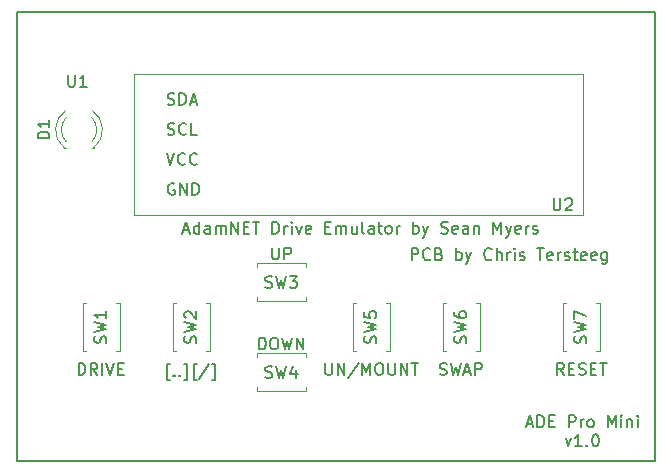
<source format=gbr>
%TF.GenerationSoftware,KiCad,Pcbnew,(6.0.8)*%
%TF.CreationDate,2022-11-19T01:29:10-06:00*%
%TF.ProjectId,coleco-adam-ade-pro-embed-shield,636f6c65-636f-42d6-9164-616d2d616465,rev?*%
%TF.SameCoordinates,Original*%
%TF.FileFunction,Legend,Top*%
%TF.FilePolarity,Positive*%
%FSLAX46Y46*%
G04 Gerber Fmt 4.6, Leading zero omitted, Abs format (unit mm)*
G04 Created by KiCad (PCBNEW (6.0.8)) date 2022-11-19 01:29:10*
%MOMM*%
%LPD*%
G01*
G04 APERTURE LIST*
%ADD10C,0.150000*%
%ADD11C,0.127000*%
%ADD12C,0.120000*%
G04 APERTURE END LIST*
D10*
X153434495Y-86990180D02*
X153434495Y-85990180D01*
X153815447Y-85990180D01*
X153910685Y-86037800D01*
X153958304Y-86085419D01*
X154005923Y-86180657D01*
X154005923Y-86323514D01*
X153958304Y-86418752D01*
X153910685Y-86466371D01*
X153815447Y-86513990D01*
X153434495Y-86513990D01*
X155005923Y-86894942D02*
X154958304Y-86942561D01*
X154815447Y-86990180D01*
X154720209Y-86990180D01*
X154577352Y-86942561D01*
X154482114Y-86847323D01*
X154434495Y-86752085D01*
X154386876Y-86561609D01*
X154386876Y-86418752D01*
X154434495Y-86228276D01*
X154482114Y-86133038D01*
X154577352Y-86037800D01*
X154720209Y-85990180D01*
X154815447Y-85990180D01*
X154958304Y-86037800D01*
X155005923Y-86085419D01*
X155767828Y-86466371D02*
X155910685Y-86513990D01*
X155958304Y-86561609D01*
X156005923Y-86656847D01*
X156005923Y-86799704D01*
X155958304Y-86894942D01*
X155910685Y-86942561D01*
X155815447Y-86990180D01*
X155434495Y-86990180D01*
X155434495Y-85990180D01*
X155767828Y-85990180D01*
X155863066Y-86037800D01*
X155910685Y-86085419D01*
X155958304Y-86180657D01*
X155958304Y-86275895D01*
X155910685Y-86371133D01*
X155863066Y-86418752D01*
X155767828Y-86466371D01*
X155434495Y-86466371D01*
X157196400Y-86990180D02*
X157196400Y-85990180D01*
X157196400Y-86371133D02*
X157291638Y-86323514D01*
X157482114Y-86323514D01*
X157577352Y-86371133D01*
X157624971Y-86418752D01*
X157672590Y-86513990D01*
X157672590Y-86799704D01*
X157624971Y-86894942D01*
X157577352Y-86942561D01*
X157482114Y-86990180D01*
X157291638Y-86990180D01*
X157196400Y-86942561D01*
X158005923Y-86323514D02*
X158244019Y-86990180D01*
X158482114Y-86323514D02*
X158244019Y-86990180D01*
X158148780Y-87228276D01*
X158101161Y-87275895D01*
X158005923Y-87323514D01*
X160196400Y-86894942D02*
X160148780Y-86942561D01*
X160005923Y-86990180D01*
X159910685Y-86990180D01*
X159767828Y-86942561D01*
X159672590Y-86847323D01*
X159624971Y-86752085D01*
X159577352Y-86561609D01*
X159577352Y-86418752D01*
X159624971Y-86228276D01*
X159672590Y-86133038D01*
X159767828Y-86037800D01*
X159910685Y-85990180D01*
X160005923Y-85990180D01*
X160148780Y-86037800D01*
X160196400Y-86085419D01*
X160624971Y-86990180D02*
X160624971Y-85990180D01*
X161053542Y-86990180D02*
X161053542Y-86466371D01*
X161005923Y-86371133D01*
X160910685Y-86323514D01*
X160767828Y-86323514D01*
X160672590Y-86371133D01*
X160624971Y-86418752D01*
X161529733Y-86990180D02*
X161529733Y-86323514D01*
X161529733Y-86513990D02*
X161577352Y-86418752D01*
X161624971Y-86371133D01*
X161720209Y-86323514D01*
X161815447Y-86323514D01*
X162148780Y-86990180D02*
X162148780Y-86323514D01*
X162148780Y-85990180D02*
X162101161Y-86037800D01*
X162148780Y-86085419D01*
X162196400Y-86037800D01*
X162148780Y-85990180D01*
X162148780Y-86085419D01*
X162577352Y-86942561D02*
X162672590Y-86990180D01*
X162863066Y-86990180D01*
X162958304Y-86942561D01*
X163005923Y-86847323D01*
X163005923Y-86799704D01*
X162958304Y-86704466D01*
X162863066Y-86656847D01*
X162720209Y-86656847D01*
X162624971Y-86609228D01*
X162577352Y-86513990D01*
X162577352Y-86466371D01*
X162624971Y-86371133D01*
X162720209Y-86323514D01*
X162863066Y-86323514D01*
X162958304Y-86371133D01*
X164053542Y-85990180D02*
X164624971Y-85990180D01*
X164339257Y-86990180D02*
X164339257Y-85990180D01*
X165339257Y-86942561D02*
X165244019Y-86990180D01*
X165053542Y-86990180D01*
X164958304Y-86942561D01*
X164910685Y-86847323D01*
X164910685Y-86466371D01*
X164958304Y-86371133D01*
X165053542Y-86323514D01*
X165244019Y-86323514D01*
X165339257Y-86371133D01*
X165386876Y-86466371D01*
X165386876Y-86561609D01*
X164910685Y-86656847D01*
X165815447Y-86990180D02*
X165815447Y-86323514D01*
X165815447Y-86513990D02*
X165863066Y-86418752D01*
X165910685Y-86371133D01*
X166005923Y-86323514D01*
X166101161Y-86323514D01*
X166386876Y-86942561D02*
X166482114Y-86990180D01*
X166672590Y-86990180D01*
X166767828Y-86942561D01*
X166815447Y-86847323D01*
X166815447Y-86799704D01*
X166767828Y-86704466D01*
X166672590Y-86656847D01*
X166529733Y-86656847D01*
X166434495Y-86609228D01*
X166386876Y-86513990D01*
X166386876Y-86466371D01*
X166434495Y-86371133D01*
X166529733Y-86323514D01*
X166672590Y-86323514D01*
X166767828Y-86371133D01*
X167101161Y-86323514D02*
X167482114Y-86323514D01*
X167244019Y-85990180D02*
X167244019Y-86847323D01*
X167291638Y-86942561D01*
X167386876Y-86990180D01*
X167482114Y-86990180D01*
X168196400Y-86942561D02*
X168101161Y-86990180D01*
X167910685Y-86990180D01*
X167815447Y-86942561D01*
X167767828Y-86847323D01*
X167767828Y-86466371D01*
X167815447Y-86371133D01*
X167910685Y-86323514D01*
X168101161Y-86323514D01*
X168196400Y-86371133D01*
X168244019Y-86466371D01*
X168244019Y-86561609D01*
X167767828Y-86656847D01*
X169053542Y-86942561D02*
X168958304Y-86990180D01*
X168767828Y-86990180D01*
X168672590Y-86942561D01*
X168624971Y-86847323D01*
X168624971Y-86466371D01*
X168672590Y-86371133D01*
X168767828Y-86323514D01*
X168958304Y-86323514D01*
X169053542Y-86371133D01*
X169101161Y-86466371D01*
X169101161Y-86561609D01*
X168624971Y-86656847D01*
X169958304Y-86323514D02*
X169958304Y-87133038D01*
X169910685Y-87228276D01*
X169863066Y-87275895D01*
X169767828Y-87323514D01*
X169624971Y-87323514D01*
X169529733Y-87275895D01*
X169958304Y-86942561D02*
X169863066Y-86990180D01*
X169672590Y-86990180D01*
X169577352Y-86942561D01*
X169529733Y-86894942D01*
X169482114Y-86799704D01*
X169482114Y-86513990D01*
X169529733Y-86418752D01*
X169577352Y-86371133D01*
X169672590Y-86323514D01*
X169863066Y-86323514D01*
X169958304Y-86371133D01*
X134123400Y-84469266D02*
X134599590Y-84469266D01*
X134028161Y-84754980D02*
X134361495Y-83754980D01*
X134694828Y-84754980D01*
X135456733Y-84754980D02*
X135456733Y-83754980D01*
X135456733Y-84707361D02*
X135361495Y-84754980D01*
X135171019Y-84754980D01*
X135075780Y-84707361D01*
X135028161Y-84659742D01*
X134980542Y-84564504D01*
X134980542Y-84278790D01*
X135028161Y-84183552D01*
X135075780Y-84135933D01*
X135171019Y-84088314D01*
X135361495Y-84088314D01*
X135456733Y-84135933D01*
X136361495Y-84754980D02*
X136361495Y-84231171D01*
X136313876Y-84135933D01*
X136218638Y-84088314D01*
X136028161Y-84088314D01*
X135932923Y-84135933D01*
X136361495Y-84707361D02*
X136266257Y-84754980D01*
X136028161Y-84754980D01*
X135932923Y-84707361D01*
X135885304Y-84612123D01*
X135885304Y-84516885D01*
X135932923Y-84421647D01*
X136028161Y-84374028D01*
X136266257Y-84374028D01*
X136361495Y-84326409D01*
X136837685Y-84754980D02*
X136837685Y-84088314D01*
X136837685Y-84183552D02*
X136885304Y-84135933D01*
X136980542Y-84088314D01*
X137123400Y-84088314D01*
X137218638Y-84135933D01*
X137266257Y-84231171D01*
X137266257Y-84754980D01*
X137266257Y-84231171D02*
X137313876Y-84135933D01*
X137409114Y-84088314D01*
X137551971Y-84088314D01*
X137647209Y-84135933D01*
X137694828Y-84231171D01*
X137694828Y-84754980D01*
X138171019Y-84754980D02*
X138171019Y-83754980D01*
X138742447Y-84754980D01*
X138742447Y-83754980D01*
X139218638Y-84231171D02*
X139551971Y-84231171D01*
X139694828Y-84754980D02*
X139218638Y-84754980D01*
X139218638Y-83754980D01*
X139694828Y-83754980D01*
X139980542Y-83754980D02*
X140551971Y-83754980D01*
X140266257Y-84754980D02*
X140266257Y-83754980D01*
X141647209Y-84754980D02*
X141647209Y-83754980D01*
X141885304Y-83754980D01*
X142028161Y-83802600D01*
X142123400Y-83897838D01*
X142171019Y-83993076D01*
X142218638Y-84183552D01*
X142218638Y-84326409D01*
X142171019Y-84516885D01*
X142123400Y-84612123D01*
X142028161Y-84707361D01*
X141885304Y-84754980D01*
X141647209Y-84754980D01*
X142647209Y-84754980D02*
X142647209Y-84088314D01*
X142647209Y-84278790D02*
X142694828Y-84183552D01*
X142742447Y-84135933D01*
X142837685Y-84088314D01*
X142932923Y-84088314D01*
X143266257Y-84754980D02*
X143266257Y-84088314D01*
X143266257Y-83754980D02*
X143218638Y-83802600D01*
X143266257Y-83850219D01*
X143313876Y-83802600D01*
X143266257Y-83754980D01*
X143266257Y-83850219D01*
X143647209Y-84088314D02*
X143885304Y-84754980D01*
X144123400Y-84088314D01*
X144885304Y-84707361D02*
X144790066Y-84754980D01*
X144599590Y-84754980D01*
X144504352Y-84707361D01*
X144456733Y-84612123D01*
X144456733Y-84231171D01*
X144504352Y-84135933D01*
X144599590Y-84088314D01*
X144790066Y-84088314D01*
X144885304Y-84135933D01*
X144932923Y-84231171D01*
X144932923Y-84326409D01*
X144456733Y-84421647D01*
X146123400Y-84231171D02*
X146456733Y-84231171D01*
X146599590Y-84754980D02*
X146123400Y-84754980D01*
X146123400Y-83754980D01*
X146599590Y-83754980D01*
X147028161Y-84754980D02*
X147028161Y-84088314D01*
X147028161Y-84183552D02*
X147075780Y-84135933D01*
X147171019Y-84088314D01*
X147313876Y-84088314D01*
X147409114Y-84135933D01*
X147456733Y-84231171D01*
X147456733Y-84754980D01*
X147456733Y-84231171D02*
X147504352Y-84135933D01*
X147599590Y-84088314D01*
X147742447Y-84088314D01*
X147837685Y-84135933D01*
X147885304Y-84231171D01*
X147885304Y-84754980D01*
X148790066Y-84088314D02*
X148790066Y-84754980D01*
X148361495Y-84088314D02*
X148361495Y-84612123D01*
X148409114Y-84707361D01*
X148504352Y-84754980D01*
X148647209Y-84754980D01*
X148742447Y-84707361D01*
X148790066Y-84659742D01*
X149409114Y-84754980D02*
X149313876Y-84707361D01*
X149266257Y-84612123D01*
X149266257Y-83754980D01*
X150218638Y-84754980D02*
X150218638Y-84231171D01*
X150171019Y-84135933D01*
X150075780Y-84088314D01*
X149885304Y-84088314D01*
X149790066Y-84135933D01*
X150218638Y-84707361D02*
X150123400Y-84754980D01*
X149885304Y-84754980D01*
X149790066Y-84707361D01*
X149742447Y-84612123D01*
X149742447Y-84516885D01*
X149790066Y-84421647D01*
X149885304Y-84374028D01*
X150123400Y-84374028D01*
X150218638Y-84326409D01*
X150551971Y-84088314D02*
X150932923Y-84088314D01*
X150694828Y-83754980D02*
X150694828Y-84612123D01*
X150742447Y-84707361D01*
X150837685Y-84754980D01*
X150932923Y-84754980D01*
X151409114Y-84754980D02*
X151313876Y-84707361D01*
X151266257Y-84659742D01*
X151218638Y-84564504D01*
X151218638Y-84278790D01*
X151266257Y-84183552D01*
X151313876Y-84135933D01*
X151409114Y-84088314D01*
X151551971Y-84088314D01*
X151647209Y-84135933D01*
X151694828Y-84183552D01*
X151742447Y-84278790D01*
X151742447Y-84564504D01*
X151694828Y-84659742D01*
X151647209Y-84707361D01*
X151551971Y-84754980D01*
X151409114Y-84754980D01*
X152171019Y-84754980D02*
X152171019Y-84088314D01*
X152171019Y-84278790D02*
X152218638Y-84183552D01*
X152266257Y-84135933D01*
X152361495Y-84088314D01*
X152456733Y-84088314D01*
X153551971Y-84754980D02*
X153551971Y-83754980D01*
X153551971Y-84135933D02*
X153647209Y-84088314D01*
X153837685Y-84088314D01*
X153932923Y-84135933D01*
X153980542Y-84183552D01*
X154028161Y-84278790D01*
X154028161Y-84564504D01*
X153980542Y-84659742D01*
X153932923Y-84707361D01*
X153837685Y-84754980D01*
X153647209Y-84754980D01*
X153551971Y-84707361D01*
X154361495Y-84088314D02*
X154599590Y-84754980D01*
X154837685Y-84088314D02*
X154599590Y-84754980D01*
X154504352Y-84993076D01*
X154456733Y-85040695D01*
X154361495Y-85088314D01*
X155932923Y-84707361D02*
X156075780Y-84754980D01*
X156313876Y-84754980D01*
X156409114Y-84707361D01*
X156456733Y-84659742D01*
X156504352Y-84564504D01*
X156504352Y-84469266D01*
X156456733Y-84374028D01*
X156409114Y-84326409D01*
X156313876Y-84278790D01*
X156123400Y-84231171D01*
X156028161Y-84183552D01*
X155980542Y-84135933D01*
X155932923Y-84040695D01*
X155932923Y-83945457D01*
X155980542Y-83850219D01*
X156028161Y-83802600D01*
X156123400Y-83754980D01*
X156361495Y-83754980D01*
X156504352Y-83802600D01*
X157313876Y-84707361D02*
X157218638Y-84754980D01*
X157028161Y-84754980D01*
X156932923Y-84707361D01*
X156885304Y-84612123D01*
X156885304Y-84231171D01*
X156932923Y-84135933D01*
X157028161Y-84088314D01*
X157218638Y-84088314D01*
X157313876Y-84135933D01*
X157361495Y-84231171D01*
X157361495Y-84326409D01*
X156885304Y-84421647D01*
X158218638Y-84754980D02*
X158218638Y-84231171D01*
X158171019Y-84135933D01*
X158075780Y-84088314D01*
X157885304Y-84088314D01*
X157790066Y-84135933D01*
X158218638Y-84707361D02*
X158123400Y-84754980D01*
X157885304Y-84754980D01*
X157790066Y-84707361D01*
X157742447Y-84612123D01*
X157742447Y-84516885D01*
X157790066Y-84421647D01*
X157885304Y-84374028D01*
X158123400Y-84374028D01*
X158218638Y-84326409D01*
X158694828Y-84088314D02*
X158694828Y-84754980D01*
X158694828Y-84183552D02*
X158742447Y-84135933D01*
X158837685Y-84088314D01*
X158980542Y-84088314D01*
X159075780Y-84135933D01*
X159123400Y-84231171D01*
X159123400Y-84754980D01*
X160361495Y-84754980D02*
X160361495Y-83754980D01*
X160694828Y-84469266D01*
X161028161Y-83754980D01*
X161028161Y-84754980D01*
X161409114Y-84088314D02*
X161647209Y-84754980D01*
X161885304Y-84088314D02*
X161647209Y-84754980D01*
X161551971Y-84993076D01*
X161504352Y-85040695D01*
X161409114Y-85088314D01*
X162647209Y-84707361D02*
X162551971Y-84754980D01*
X162361495Y-84754980D01*
X162266257Y-84707361D01*
X162218638Y-84612123D01*
X162218638Y-84231171D01*
X162266257Y-84135933D01*
X162361495Y-84088314D01*
X162551971Y-84088314D01*
X162647209Y-84135933D01*
X162694828Y-84231171D01*
X162694828Y-84326409D01*
X162218638Y-84421647D01*
X163123400Y-84754980D02*
X163123400Y-84088314D01*
X163123400Y-84278790D02*
X163171019Y-84183552D01*
X163218638Y-84135933D01*
X163313876Y-84088314D01*
X163409114Y-84088314D01*
X163694828Y-84707361D02*
X163790066Y-84754980D01*
X163980542Y-84754980D01*
X164075780Y-84707361D01*
X164123400Y-84612123D01*
X164123400Y-84564504D01*
X164075780Y-84469266D01*
X163980542Y-84421647D01*
X163837685Y-84421647D01*
X163742447Y-84374028D01*
X163694828Y-84278790D01*
X163694828Y-84231171D01*
X163742447Y-84135933D01*
X163837685Y-84088314D01*
X163980542Y-84088314D01*
X164075780Y-84135933D01*
X163179714Y-100860066D02*
X163655904Y-100860066D01*
X163084476Y-101145780D02*
X163417809Y-100145780D01*
X163751142Y-101145780D01*
X164084476Y-101145780D02*
X164084476Y-100145780D01*
X164322571Y-100145780D01*
X164465428Y-100193400D01*
X164560666Y-100288638D01*
X164608285Y-100383876D01*
X164655904Y-100574352D01*
X164655904Y-100717209D01*
X164608285Y-100907685D01*
X164560666Y-101002923D01*
X164465428Y-101098161D01*
X164322571Y-101145780D01*
X164084476Y-101145780D01*
X165084476Y-100621971D02*
X165417809Y-100621971D01*
X165560666Y-101145780D02*
X165084476Y-101145780D01*
X165084476Y-100145780D01*
X165560666Y-100145780D01*
X166751142Y-101145780D02*
X166751142Y-100145780D01*
X167132095Y-100145780D01*
X167227333Y-100193400D01*
X167274952Y-100241019D01*
X167322571Y-100336257D01*
X167322571Y-100479114D01*
X167274952Y-100574352D01*
X167227333Y-100621971D01*
X167132095Y-100669590D01*
X166751142Y-100669590D01*
X167751142Y-101145780D02*
X167751142Y-100479114D01*
X167751142Y-100669590D02*
X167798761Y-100574352D01*
X167846380Y-100526733D01*
X167941619Y-100479114D01*
X168036857Y-100479114D01*
X168513047Y-101145780D02*
X168417809Y-101098161D01*
X168370190Y-101050542D01*
X168322571Y-100955304D01*
X168322571Y-100669590D01*
X168370190Y-100574352D01*
X168417809Y-100526733D01*
X168513047Y-100479114D01*
X168655904Y-100479114D01*
X168751142Y-100526733D01*
X168798761Y-100574352D01*
X168846380Y-100669590D01*
X168846380Y-100955304D01*
X168798761Y-101050542D01*
X168751142Y-101098161D01*
X168655904Y-101145780D01*
X168513047Y-101145780D01*
X170036857Y-101145780D02*
X170036857Y-100145780D01*
X170370190Y-100860066D01*
X170703523Y-100145780D01*
X170703523Y-101145780D01*
X171179714Y-101145780D02*
X171179714Y-100479114D01*
X171179714Y-100145780D02*
X171132095Y-100193400D01*
X171179714Y-100241019D01*
X171227333Y-100193400D01*
X171179714Y-100145780D01*
X171179714Y-100241019D01*
X171655904Y-100479114D02*
X171655904Y-101145780D01*
X171655904Y-100574352D02*
X171703523Y-100526733D01*
X171798761Y-100479114D01*
X171941619Y-100479114D01*
X172036857Y-100526733D01*
X172084476Y-100621971D01*
X172084476Y-101145780D01*
X172560666Y-101145780D02*
X172560666Y-100479114D01*
X172560666Y-100145780D02*
X172513047Y-100193400D01*
X172560666Y-100241019D01*
X172608285Y-100193400D01*
X172560666Y-100145780D01*
X172560666Y-100241019D01*
X166465428Y-102089114D02*
X166703523Y-102755780D01*
X166941619Y-102089114D01*
X167846380Y-102755780D02*
X167274952Y-102755780D01*
X167560666Y-102755780D02*
X167560666Y-101755780D01*
X167465428Y-101898638D01*
X167370190Y-101993876D01*
X167274952Y-102041495D01*
X168274952Y-102660542D02*
X168322571Y-102708161D01*
X168274952Y-102755780D01*
X168227333Y-102708161D01*
X168274952Y-102660542D01*
X168274952Y-102755780D01*
X168941619Y-101755780D02*
X169036857Y-101755780D01*
X169132095Y-101803400D01*
X169179714Y-101851019D01*
X169227333Y-101946257D01*
X169274952Y-102136733D01*
X169274952Y-102374828D01*
X169227333Y-102565304D01*
X169179714Y-102660542D01*
X169132095Y-102708161D01*
X169036857Y-102755780D01*
X168941619Y-102755780D01*
X168846380Y-102708161D01*
X168798761Y-102660542D01*
X168751142Y-102565304D01*
X168703523Y-102374828D01*
X168703523Y-102136733D01*
X168751142Y-101946257D01*
X168798761Y-101851019D01*
X168846380Y-101803400D01*
X168941619Y-101755780D01*
%TO.C,U1*%
X124358495Y-71308980D02*
X124358495Y-72118504D01*
X124406114Y-72213742D01*
X124453733Y-72261361D01*
X124548971Y-72308980D01*
X124739447Y-72308980D01*
X124834685Y-72261361D01*
X124882304Y-72213742D01*
X124929923Y-72118504D01*
X124929923Y-71308980D01*
X125929923Y-72308980D02*
X125358495Y-72308980D01*
X125644209Y-72308980D02*
X125644209Y-71308980D01*
X125548971Y-71451838D01*
X125453733Y-71547076D01*
X125358495Y-71594695D01*
%TO.C,SW2*%
X135151761Y-93992533D02*
X135199380Y-93849676D01*
X135199380Y-93611580D01*
X135151761Y-93516342D01*
X135104142Y-93468723D01*
X135008904Y-93421104D01*
X134913666Y-93421104D01*
X134818428Y-93468723D01*
X134770809Y-93516342D01*
X134723190Y-93611580D01*
X134675571Y-93802057D01*
X134627952Y-93897295D01*
X134580333Y-93944914D01*
X134485095Y-93992533D01*
X134389857Y-93992533D01*
X134294619Y-93944914D01*
X134247000Y-93897295D01*
X134199380Y-93802057D01*
X134199380Y-93563961D01*
X134247000Y-93421104D01*
X134199380Y-93087771D02*
X135199380Y-92849676D01*
X134485095Y-92659200D01*
X135199380Y-92468723D01*
X134199380Y-92230628D01*
X134294619Y-91897295D02*
X134247000Y-91849676D01*
X134199380Y-91754438D01*
X134199380Y-91516342D01*
X134247000Y-91421104D01*
X134294619Y-91373485D01*
X134389857Y-91325866D01*
X134485095Y-91325866D01*
X134627952Y-91373485D01*
X135199380Y-91944914D01*
X135199380Y-91325866D01*
X132937476Y-97178714D02*
X132699380Y-97178714D01*
X132699380Y-95750142D01*
X132937476Y-95750142D01*
X133318428Y-96750142D02*
X133366047Y-96797761D01*
X133318428Y-96845380D01*
X133270809Y-96797761D01*
X133318428Y-96750142D01*
X133318428Y-96845380D01*
X133794619Y-96750142D02*
X133842238Y-96797761D01*
X133794619Y-96845380D01*
X133747000Y-96797761D01*
X133794619Y-96750142D01*
X133794619Y-96845380D01*
X134175571Y-97178714D02*
X134413666Y-97178714D01*
X134413666Y-95750142D01*
X134175571Y-95750142D01*
X135223190Y-97178714D02*
X134985095Y-97178714D01*
X134985095Y-95750142D01*
X135223190Y-95750142D01*
X136318428Y-95797761D02*
X135461285Y-97083476D01*
X136556523Y-97178714D02*
X136794619Y-97178714D01*
X136794619Y-95750142D01*
X136556523Y-95750142D01*
%TO.C,SW3*%
X141061666Y-89304761D02*
X141204523Y-89352380D01*
X141442619Y-89352380D01*
X141537857Y-89304761D01*
X141585476Y-89257142D01*
X141633095Y-89161904D01*
X141633095Y-89066666D01*
X141585476Y-88971428D01*
X141537857Y-88923809D01*
X141442619Y-88876190D01*
X141252142Y-88828571D01*
X141156904Y-88780952D01*
X141109285Y-88733333D01*
X141061666Y-88638095D01*
X141061666Y-88542857D01*
X141109285Y-88447619D01*
X141156904Y-88400000D01*
X141252142Y-88352380D01*
X141490238Y-88352380D01*
X141633095Y-88400000D01*
X141966428Y-88352380D02*
X142204523Y-89352380D01*
X142395000Y-88638095D01*
X142585476Y-89352380D01*
X142823571Y-88352380D01*
X143109285Y-88352380D02*
X143728333Y-88352380D01*
X143395000Y-88733333D01*
X143537857Y-88733333D01*
X143633095Y-88780952D01*
X143680714Y-88828571D01*
X143728333Y-88923809D01*
X143728333Y-89161904D01*
X143680714Y-89257142D01*
X143633095Y-89304761D01*
X143537857Y-89352380D01*
X143252142Y-89352380D01*
X143156904Y-89304761D01*
X143109285Y-89257142D01*
X141609285Y-85939380D02*
X141609285Y-86748904D01*
X141656904Y-86844142D01*
X141704523Y-86891761D01*
X141799761Y-86939380D01*
X141990238Y-86939380D01*
X142085476Y-86891761D01*
X142133095Y-86844142D01*
X142180714Y-86748904D01*
X142180714Y-85939380D01*
X142656904Y-86939380D02*
X142656904Y-85939380D01*
X143037857Y-85939380D01*
X143133095Y-85987000D01*
X143180714Y-86034619D01*
X143228333Y-86129857D01*
X143228333Y-86272714D01*
X143180714Y-86367952D01*
X143133095Y-86415571D01*
X143037857Y-86463190D01*
X142656904Y-86463190D01*
%TO.C,SW6*%
X158011761Y-93992533D02*
X158059380Y-93849676D01*
X158059380Y-93611580D01*
X158011761Y-93516342D01*
X157964142Y-93468723D01*
X157868904Y-93421104D01*
X157773666Y-93421104D01*
X157678428Y-93468723D01*
X157630809Y-93516342D01*
X157583190Y-93611580D01*
X157535571Y-93802057D01*
X157487952Y-93897295D01*
X157440333Y-93944914D01*
X157345095Y-93992533D01*
X157249857Y-93992533D01*
X157154619Y-93944914D01*
X157107000Y-93897295D01*
X157059380Y-93802057D01*
X157059380Y-93563961D01*
X157107000Y-93421104D01*
X157059380Y-93087771D02*
X158059380Y-92849676D01*
X157345095Y-92659200D01*
X158059380Y-92468723D01*
X157059380Y-92230628D01*
X157059380Y-91421104D02*
X157059380Y-91611580D01*
X157107000Y-91706819D01*
X157154619Y-91754438D01*
X157297476Y-91849676D01*
X157487952Y-91897295D01*
X157868904Y-91897295D01*
X157964142Y-91849676D01*
X158011761Y-91802057D01*
X158059380Y-91706819D01*
X158059380Y-91516342D01*
X158011761Y-91421104D01*
X157964142Y-91373485D01*
X157868904Y-91325866D01*
X157630809Y-91325866D01*
X157535571Y-91373485D01*
X157487952Y-91421104D01*
X157440333Y-91516342D01*
X157440333Y-91706819D01*
X157487952Y-91802057D01*
X157535571Y-91849676D01*
X157630809Y-91897295D01*
X155821285Y-96670761D02*
X155964142Y-96718380D01*
X156202238Y-96718380D01*
X156297476Y-96670761D01*
X156345095Y-96623142D01*
X156392714Y-96527904D01*
X156392714Y-96432666D01*
X156345095Y-96337428D01*
X156297476Y-96289809D01*
X156202238Y-96242190D01*
X156011761Y-96194571D01*
X155916523Y-96146952D01*
X155868904Y-96099333D01*
X155821285Y-96004095D01*
X155821285Y-95908857D01*
X155868904Y-95813619D01*
X155916523Y-95766000D01*
X156011761Y-95718380D01*
X156249857Y-95718380D01*
X156392714Y-95766000D01*
X156726047Y-95718380D02*
X156964142Y-96718380D01*
X157154619Y-96004095D01*
X157345095Y-96718380D01*
X157583190Y-95718380D01*
X157916523Y-96432666D02*
X158392714Y-96432666D01*
X157821285Y-96718380D02*
X158154619Y-95718380D01*
X158487952Y-96718380D01*
X158821285Y-96718380D02*
X158821285Y-95718380D01*
X159202238Y-95718380D01*
X159297476Y-95766000D01*
X159345095Y-95813619D01*
X159392714Y-95908857D01*
X159392714Y-96051714D01*
X159345095Y-96146952D01*
X159297476Y-96194571D01*
X159202238Y-96242190D01*
X158821285Y-96242190D01*
%TO.C,D1*%
X122765180Y-76689095D02*
X121765180Y-76689095D01*
X121765180Y-76451000D01*
X121812800Y-76308142D01*
X121908038Y-76212904D01*
X122003276Y-76165285D01*
X122193752Y-76117666D01*
X122336609Y-76117666D01*
X122527085Y-76165285D01*
X122622323Y-76212904D01*
X122717561Y-76308142D01*
X122765180Y-76451000D01*
X122765180Y-76689095D01*
X122765180Y-75165285D02*
X122765180Y-75736714D01*
X122765180Y-75451000D02*
X121765180Y-75451000D01*
X121908038Y-75546238D01*
X122003276Y-75641476D01*
X122050895Y-75736714D01*
%TO.C,SW7*%
X168171761Y-93992533D02*
X168219380Y-93849676D01*
X168219380Y-93611580D01*
X168171761Y-93516342D01*
X168124142Y-93468723D01*
X168028904Y-93421104D01*
X167933666Y-93421104D01*
X167838428Y-93468723D01*
X167790809Y-93516342D01*
X167743190Y-93611580D01*
X167695571Y-93802057D01*
X167647952Y-93897295D01*
X167600333Y-93944914D01*
X167505095Y-93992533D01*
X167409857Y-93992533D01*
X167314619Y-93944914D01*
X167267000Y-93897295D01*
X167219380Y-93802057D01*
X167219380Y-93563961D01*
X167267000Y-93421104D01*
X167219380Y-93087771D02*
X168219380Y-92849676D01*
X167505095Y-92659200D01*
X168219380Y-92468723D01*
X167219380Y-92230628D01*
X167219380Y-91944914D02*
X167219380Y-91278247D01*
X168219380Y-91706819D01*
X166314619Y-96718380D02*
X165981285Y-96242190D01*
X165743190Y-96718380D02*
X165743190Y-95718380D01*
X166124142Y-95718380D01*
X166219380Y-95766000D01*
X166267000Y-95813619D01*
X166314619Y-95908857D01*
X166314619Y-96051714D01*
X166267000Y-96146952D01*
X166219380Y-96194571D01*
X166124142Y-96242190D01*
X165743190Y-96242190D01*
X166743190Y-96194571D02*
X167076523Y-96194571D01*
X167219380Y-96718380D02*
X166743190Y-96718380D01*
X166743190Y-95718380D01*
X167219380Y-95718380D01*
X167600333Y-96670761D02*
X167743190Y-96718380D01*
X167981285Y-96718380D01*
X168076523Y-96670761D01*
X168124142Y-96623142D01*
X168171761Y-96527904D01*
X168171761Y-96432666D01*
X168124142Y-96337428D01*
X168076523Y-96289809D01*
X167981285Y-96242190D01*
X167790809Y-96194571D01*
X167695571Y-96146952D01*
X167647952Y-96099333D01*
X167600333Y-96004095D01*
X167600333Y-95908857D01*
X167647952Y-95813619D01*
X167695571Y-95766000D01*
X167790809Y-95718380D01*
X168028904Y-95718380D01*
X168171761Y-95766000D01*
X168600333Y-96194571D02*
X168933666Y-96194571D01*
X169076523Y-96718380D02*
X168600333Y-96718380D01*
X168600333Y-95718380D01*
X169076523Y-95718380D01*
X169362238Y-95718380D02*
X169933666Y-95718380D01*
X169647952Y-96718380D02*
X169647952Y-95718380D01*
%TO.C,SW5*%
X150391761Y-93992533D02*
X150439380Y-93849676D01*
X150439380Y-93611580D01*
X150391761Y-93516342D01*
X150344142Y-93468723D01*
X150248904Y-93421104D01*
X150153666Y-93421104D01*
X150058428Y-93468723D01*
X150010809Y-93516342D01*
X149963190Y-93611580D01*
X149915571Y-93802057D01*
X149867952Y-93897295D01*
X149820333Y-93944914D01*
X149725095Y-93992533D01*
X149629857Y-93992533D01*
X149534619Y-93944914D01*
X149487000Y-93897295D01*
X149439380Y-93802057D01*
X149439380Y-93563961D01*
X149487000Y-93421104D01*
X149439380Y-93087771D02*
X150439380Y-92849676D01*
X149725095Y-92659200D01*
X150439380Y-92468723D01*
X149439380Y-92230628D01*
X149439380Y-91373485D02*
X149439380Y-91849676D01*
X149915571Y-91897295D01*
X149867952Y-91849676D01*
X149820333Y-91754438D01*
X149820333Y-91516342D01*
X149867952Y-91421104D01*
X149915571Y-91373485D01*
X150010809Y-91325866D01*
X150248904Y-91325866D01*
X150344142Y-91373485D01*
X150391761Y-91421104D01*
X150439380Y-91516342D01*
X150439380Y-91754438D01*
X150391761Y-91849676D01*
X150344142Y-91897295D01*
X146129857Y-95718380D02*
X146129857Y-96527904D01*
X146177476Y-96623142D01*
X146225095Y-96670761D01*
X146320333Y-96718380D01*
X146510809Y-96718380D01*
X146606047Y-96670761D01*
X146653666Y-96623142D01*
X146701285Y-96527904D01*
X146701285Y-95718380D01*
X147177476Y-96718380D02*
X147177476Y-95718380D01*
X147748904Y-96718380D01*
X147748904Y-95718380D01*
X148939380Y-95670761D02*
X148082238Y-96956476D01*
X149272714Y-96718380D02*
X149272714Y-95718380D01*
X149606047Y-96432666D01*
X149939380Y-95718380D01*
X149939380Y-96718380D01*
X150606047Y-95718380D02*
X150796523Y-95718380D01*
X150891761Y-95766000D01*
X150987000Y-95861238D01*
X151034619Y-96051714D01*
X151034619Y-96385047D01*
X150987000Y-96575523D01*
X150891761Y-96670761D01*
X150796523Y-96718380D01*
X150606047Y-96718380D01*
X150510809Y-96670761D01*
X150415571Y-96575523D01*
X150367952Y-96385047D01*
X150367952Y-96051714D01*
X150415571Y-95861238D01*
X150510809Y-95766000D01*
X150606047Y-95718380D01*
X151463190Y-95718380D02*
X151463190Y-96527904D01*
X151510809Y-96623142D01*
X151558428Y-96670761D01*
X151653666Y-96718380D01*
X151844142Y-96718380D01*
X151939380Y-96670761D01*
X151987000Y-96623142D01*
X152034619Y-96527904D01*
X152034619Y-95718380D01*
X152510809Y-96718380D02*
X152510809Y-95718380D01*
X153082238Y-96718380D01*
X153082238Y-95718380D01*
X153415571Y-95718380D02*
X153987000Y-95718380D01*
X153701285Y-96718380D02*
X153701285Y-95718380D01*
%TO.C,SW1*%
X127531761Y-93992533D02*
X127579380Y-93849676D01*
X127579380Y-93611580D01*
X127531761Y-93516342D01*
X127484142Y-93468723D01*
X127388904Y-93421104D01*
X127293666Y-93421104D01*
X127198428Y-93468723D01*
X127150809Y-93516342D01*
X127103190Y-93611580D01*
X127055571Y-93802057D01*
X127007952Y-93897295D01*
X126960333Y-93944914D01*
X126865095Y-93992533D01*
X126769857Y-93992533D01*
X126674619Y-93944914D01*
X126627000Y-93897295D01*
X126579380Y-93802057D01*
X126579380Y-93563961D01*
X126627000Y-93421104D01*
X126579380Y-93087771D02*
X127579380Y-92849676D01*
X126865095Y-92659200D01*
X127579380Y-92468723D01*
X126579380Y-92230628D01*
X127579380Y-91325866D02*
X127579380Y-91897295D01*
X127579380Y-91611580D02*
X126579380Y-91611580D01*
X126722238Y-91706819D01*
X126817476Y-91802057D01*
X126865095Y-91897295D01*
X125246047Y-96718380D02*
X125246047Y-95718380D01*
X125484142Y-95718380D01*
X125627000Y-95766000D01*
X125722238Y-95861238D01*
X125769857Y-95956476D01*
X125817476Y-96146952D01*
X125817476Y-96289809D01*
X125769857Y-96480285D01*
X125722238Y-96575523D01*
X125627000Y-96670761D01*
X125484142Y-96718380D01*
X125246047Y-96718380D01*
X126817476Y-96718380D02*
X126484142Y-96242190D01*
X126246047Y-96718380D02*
X126246047Y-95718380D01*
X126627000Y-95718380D01*
X126722238Y-95766000D01*
X126769857Y-95813619D01*
X126817476Y-95908857D01*
X126817476Y-96051714D01*
X126769857Y-96146952D01*
X126722238Y-96194571D01*
X126627000Y-96242190D01*
X126246047Y-96242190D01*
X127246047Y-96718380D02*
X127246047Y-95718380D01*
X127579380Y-95718380D02*
X127912714Y-96718380D01*
X128246047Y-95718380D01*
X128579380Y-96194571D02*
X128912714Y-96194571D01*
X129055571Y-96718380D02*
X128579380Y-96718380D01*
X128579380Y-95718380D01*
X129055571Y-95718380D01*
%TO.C,U2*%
X165455695Y-81773780D02*
X165455695Y-82583304D01*
X165503314Y-82678542D01*
X165550933Y-82726161D01*
X165646171Y-82773780D01*
X165836647Y-82773780D01*
X165931885Y-82726161D01*
X165979504Y-82678542D01*
X166027123Y-82583304D01*
X166027123Y-81773780D01*
X166455695Y-81869019D02*
X166503314Y-81821400D01*
X166598552Y-81773780D01*
X166836647Y-81773780D01*
X166931885Y-81821400D01*
X166979504Y-81869019D01*
X167027123Y-81964257D01*
X167027123Y-82059495D01*
X166979504Y-82202352D01*
X166408076Y-82773780D01*
X167027123Y-82773780D01*
X132777976Y-76344761D02*
X132920833Y-76392380D01*
X133158928Y-76392380D01*
X133254166Y-76344761D01*
X133301785Y-76297142D01*
X133349404Y-76201904D01*
X133349404Y-76106666D01*
X133301785Y-76011428D01*
X133254166Y-75963809D01*
X133158928Y-75916190D01*
X132968452Y-75868571D01*
X132873214Y-75820952D01*
X132825595Y-75773333D01*
X132777976Y-75678095D01*
X132777976Y-75582857D01*
X132825595Y-75487619D01*
X132873214Y-75440000D01*
X132968452Y-75392380D01*
X133206547Y-75392380D01*
X133349404Y-75440000D01*
X134349404Y-76297142D02*
X134301785Y-76344761D01*
X134158928Y-76392380D01*
X134063690Y-76392380D01*
X133920833Y-76344761D01*
X133825595Y-76249523D01*
X133777976Y-76154285D01*
X133730357Y-75963809D01*
X133730357Y-75820952D01*
X133777976Y-75630476D01*
X133825595Y-75535238D01*
X133920833Y-75440000D01*
X134063690Y-75392380D01*
X134158928Y-75392380D01*
X134301785Y-75440000D01*
X134349404Y-75487619D01*
X135254166Y-76392380D02*
X134777976Y-76392380D01*
X134777976Y-75392380D01*
X132682738Y-77932380D02*
X133016071Y-78932380D01*
X133349404Y-77932380D01*
X134254166Y-78837142D02*
X134206547Y-78884761D01*
X134063690Y-78932380D01*
X133968452Y-78932380D01*
X133825595Y-78884761D01*
X133730357Y-78789523D01*
X133682738Y-78694285D01*
X133635119Y-78503809D01*
X133635119Y-78360952D01*
X133682738Y-78170476D01*
X133730357Y-78075238D01*
X133825595Y-77980000D01*
X133968452Y-77932380D01*
X134063690Y-77932380D01*
X134206547Y-77980000D01*
X134254166Y-78027619D01*
X135254166Y-78837142D02*
X135206547Y-78884761D01*
X135063690Y-78932380D01*
X134968452Y-78932380D01*
X134825595Y-78884761D01*
X134730357Y-78789523D01*
X134682738Y-78694285D01*
X134635119Y-78503809D01*
X134635119Y-78360952D01*
X134682738Y-78170476D01*
X134730357Y-78075238D01*
X134825595Y-77980000D01*
X134968452Y-77932380D01*
X135063690Y-77932380D01*
X135206547Y-77980000D01*
X135254166Y-78027619D01*
X132777976Y-73804761D02*
X132920833Y-73852380D01*
X133158928Y-73852380D01*
X133254166Y-73804761D01*
X133301785Y-73757142D01*
X133349404Y-73661904D01*
X133349404Y-73566666D01*
X133301785Y-73471428D01*
X133254166Y-73423809D01*
X133158928Y-73376190D01*
X132968452Y-73328571D01*
X132873214Y-73280952D01*
X132825595Y-73233333D01*
X132777976Y-73138095D01*
X132777976Y-73042857D01*
X132825595Y-72947619D01*
X132873214Y-72900000D01*
X132968452Y-72852380D01*
X133206547Y-72852380D01*
X133349404Y-72900000D01*
X133777976Y-73852380D02*
X133777976Y-72852380D01*
X134016071Y-72852380D01*
X134158928Y-72900000D01*
X134254166Y-72995238D01*
X134301785Y-73090476D01*
X134349404Y-73280952D01*
X134349404Y-73423809D01*
X134301785Y-73614285D01*
X134254166Y-73709523D01*
X134158928Y-73804761D01*
X134016071Y-73852380D01*
X133777976Y-73852380D01*
X134730357Y-73566666D02*
X135206547Y-73566666D01*
X134635119Y-73852380D02*
X134968452Y-72852380D01*
X135301785Y-73852380D01*
X133349404Y-80520000D02*
X133254166Y-80472380D01*
X133111309Y-80472380D01*
X132968452Y-80520000D01*
X132873214Y-80615238D01*
X132825595Y-80710476D01*
X132777976Y-80900952D01*
X132777976Y-81043809D01*
X132825595Y-81234285D01*
X132873214Y-81329523D01*
X132968452Y-81424761D01*
X133111309Y-81472380D01*
X133206547Y-81472380D01*
X133349404Y-81424761D01*
X133397023Y-81377142D01*
X133397023Y-81043809D01*
X133206547Y-81043809D01*
X133825595Y-81472380D02*
X133825595Y-80472380D01*
X134397023Y-81472380D01*
X134397023Y-80472380D01*
X134873214Y-81472380D02*
X134873214Y-80472380D01*
X135111309Y-80472380D01*
X135254166Y-80520000D01*
X135349404Y-80615238D01*
X135397023Y-80710476D01*
X135444642Y-80900952D01*
X135444642Y-81043809D01*
X135397023Y-81234285D01*
X135349404Y-81329523D01*
X135254166Y-81424761D01*
X135111309Y-81472380D01*
X134873214Y-81472380D01*
%TO.C,SW4*%
X141061666Y-96924761D02*
X141204523Y-96972380D01*
X141442619Y-96972380D01*
X141537857Y-96924761D01*
X141585476Y-96877142D01*
X141633095Y-96781904D01*
X141633095Y-96686666D01*
X141585476Y-96591428D01*
X141537857Y-96543809D01*
X141442619Y-96496190D01*
X141252142Y-96448571D01*
X141156904Y-96400952D01*
X141109285Y-96353333D01*
X141061666Y-96258095D01*
X141061666Y-96162857D01*
X141109285Y-96067619D01*
X141156904Y-96020000D01*
X141252142Y-95972380D01*
X141490238Y-95972380D01*
X141633095Y-96020000D01*
X141966428Y-95972380D02*
X142204523Y-96972380D01*
X142395000Y-96258095D01*
X142585476Y-96972380D01*
X142823571Y-95972380D01*
X143633095Y-96305714D02*
X143633095Y-96972380D01*
X143395000Y-95924761D02*
X143156904Y-96639047D01*
X143775952Y-96639047D01*
X140514047Y-94559380D02*
X140514047Y-93559380D01*
X140752142Y-93559380D01*
X140895000Y-93607000D01*
X140990238Y-93702238D01*
X141037857Y-93797476D01*
X141085476Y-93987952D01*
X141085476Y-94130809D01*
X141037857Y-94321285D01*
X140990238Y-94416523D01*
X140895000Y-94511761D01*
X140752142Y-94559380D01*
X140514047Y-94559380D01*
X141704523Y-93559380D02*
X141895000Y-93559380D01*
X141990238Y-93607000D01*
X142085476Y-93702238D01*
X142133095Y-93892714D01*
X142133095Y-94226047D01*
X142085476Y-94416523D01*
X141990238Y-94511761D01*
X141895000Y-94559380D01*
X141704523Y-94559380D01*
X141609285Y-94511761D01*
X141514047Y-94416523D01*
X141466428Y-94226047D01*
X141466428Y-93892714D01*
X141514047Y-93702238D01*
X141609285Y-93607000D01*
X141704523Y-93559380D01*
X142466428Y-93559380D02*
X142704523Y-94559380D01*
X142895000Y-93845095D01*
X143085476Y-94559380D01*
X143323571Y-93559380D01*
X143704523Y-94559380D02*
X143704523Y-93559380D01*
X144275952Y-94559380D01*
X144275952Y-93559380D01*
D11*
%TO.C,U1*%
X174000000Y-66000000D02*
X174000000Y-104000000D01*
X174000000Y-66000000D02*
X120000000Y-66000000D01*
X174000000Y-104000000D02*
X120000000Y-104000000D01*
X120000000Y-66000000D02*
X120000000Y-104000000D01*
D12*
%TO.C,SW2*%
X133505000Y-94729200D02*
X133205000Y-94729200D01*
X133205000Y-94729200D02*
X133205000Y-90589200D01*
X133205000Y-90589200D02*
X133505000Y-90589200D01*
X136045000Y-90589200D02*
X136345000Y-90589200D01*
X136345000Y-90589200D02*
X136345000Y-94729200D01*
X136345000Y-94729200D02*
X136045000Y-94729200D01*
%TO.C,SW3*%
X144465000Y-90119200D02*
X144465000Y-90419200D01*
X140325000Y-87279200D02*
X144465000Y-87279200D01*
X144465000Y-87279200D02*
X144465000Y-87579200D01*
X144465000Y-90419200D02*
X140325000Y-90419200D01*
X140325000Y-87579200D02*
X140325000Y-87279200D01*
X140325000Y-90419200D02*
X140325000Y-90119200D01*
%TO.C,SW6*%
X156365000Y-94729200D02*
X156065000Y-94729200D01*
X158905000Y-90589200D02*
X159205000Y-90589200D01*
X159205000Y-94729200D02*
X158905000Y-94729200D01*
X156065000Y-90589200D02*
X156365000Y-90589200D01*
X156065000Y-94729200D02*
X156065000Y-90589200D01*
X159205000Y-90589200D02*
X159205000Y-94729200D01*
%TO.C,D1*%
X124036800Y-77511000D02*
X124192800Y-77511000D01*
X126352800Y-77511000D02*
X126508800Y-77511000D01*
X124192963Y-74909870D02*
G75*
G03*
X124192800Y-76991961I1079837J-1041130D01*
G01*
X126352800Y-76991961D02*
G75*
G03*
X126352637Y-74909870I-1080000J1040961D01*
G01*
X124194192Y-74278665D02*
G75*
G03*
X124037284Y-77511000I1078608J-1672335D01*
G01*
X126508316Y-77511000D02*
G75*
G03*
X126351408Y-74278665I-1235516J1560000D01*
G01*
%TO.C,SW7*%
X166525000Y-94729200D02*
X166225000Y-94729200D01*
X169065000Y-90589200D02*
X169365000Y-90589200D01*
X169365000Y-94729200D02*
X169065000Y-94729200D01*
X166225000Y-90589200D02*
X166525000Y-90589200D01*
X166225000Y-94729200D02*
X166225000Y-90589200D01*
X169365000Y-90589200D02*
X169365000Y-94729200D01*
%TO.C,SW5*%
X151585000Y-94729200D02*
X151285000Y-94729200D01*
X148445000Y-94729200D02*
X148445000Y-90589200D01*
X148445000Y-90589200D02*
X148745000Y-90589200D01*
X151585000Y-90589200D02*
X151585000Y-94729200D01*
X148745000Y-94729200D02*
X148445000Y-94729200D01*
X151285000Y-90589200D02*
X151585000Y-90589200D01*
%TO.C,SW1*%
X125885000Y-94729200D02*
X125585000Y-94729200D01*
X128725000Y-90589200D02*
X128725000Y-94729200D01*
X128725000Y-94729200D02*
X128425000Y-94729200D01*
X128425000Y-90589200D02*
X128725000Y-90589200D01*
X125585000Y-90589200D02*
X125885000Y-90589200D01*
X125585000Y-94729200D02*
X125585000Y-90589200D01*
%TO.C,U2*%
X129950000Y-71210000D02*
X167950000Y-71210000D01*
X167950000Y-71210000D02*
X167950000Y-83210000D01*
X167950000Y-83210000D02*
X129950000Y-83210000D01*
X129950000Y-83210000D02*
X129950000Y-71210000D01*
%TO.C,SW4*%
X144465000Y-98039200D02*
X140325000Y-98039200D01*
X140325000Y-98039200D02*
X140325000Y-97739200D01*
X140325000Y-95199200D02*
X140325000Y-94899200D01*
X144465000Y-97739200D02*
X144465000Y-98039200D01*
X144465000Y-94899200D02*
X144465000Y-95199200D01*
X140325000Y-94899200D02*
X144465000Y-94899200D01*
%TD*%
M02*

</source>
